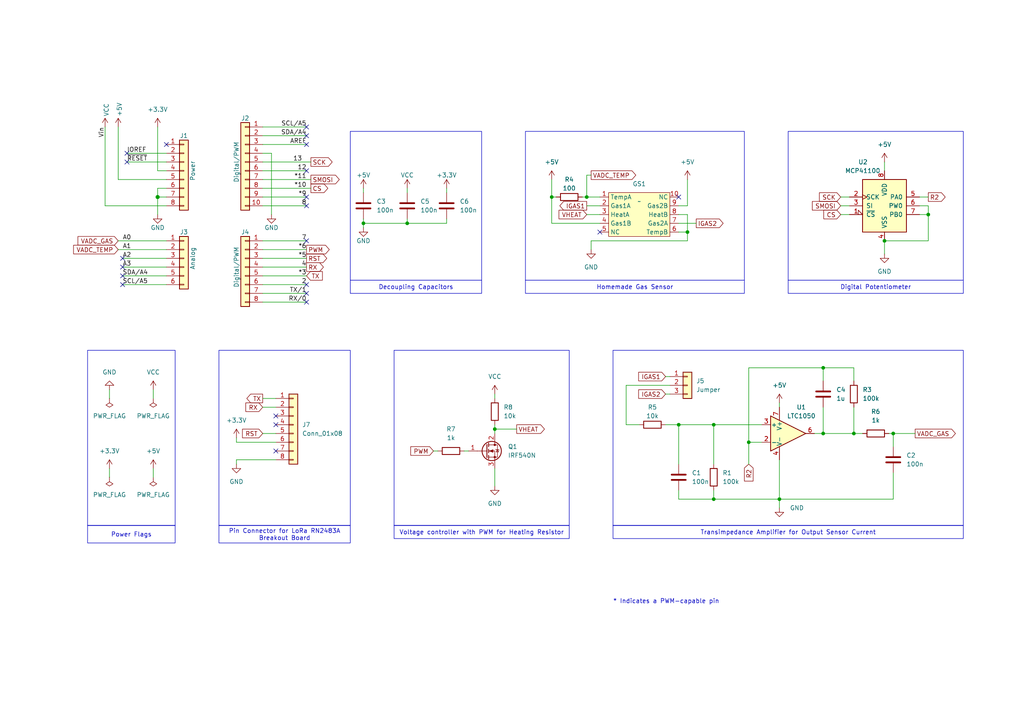
<source format=kicad_sch>
(kicad_sch (version 20230121) (generator eeschema)
  (paper "A4")
  (title_block (title "MOSHield Schematic") (date "mar. 31 mars 2015") (rev "v1.0") (company "INSA Toulouse") (comment 1 "Département de Génie Physique"))
  (lib_symbols
    (symbol "+5V_1" (power) (pin_names (offset 0))
      (property "Value" "+5V_1" (at 0 3.556 0))
      (symbol "+5V_1_0_1"
        (polyline (pts (xy -0.762 1.27) (xy 0 2.54)))
        (polyline (pts (xy 0 0) (xy 0 2.54)))
        (polyline (pts (xy 0 2.54) (xy 0.762 1.27)))
      )
      (symbol "+5V_1_1_1"
        (pin power_in line (at 0 0 90) (length 0) hide (name "+5V") (number "1"))
      )
    )
    (symbol "+5V_2" (power) (pin_names (offset 0))
      (property "Value" "+5V_2" (at 0 3.556 0))
      (symbol "+5V_2_0_1"
        (polyline (pts (xy -0.762 1.27) (xy 0 2.54)))
        (polyline (pts (xy 0 0) (xy 0 2.54)))
        (polyline (pts (xy 0 2.54) (xy 0.762 1.27)))
      )
      (symbol "+5V_2_1_1"
        (pin power_in line (at 0 0 90) (length 0) hide (name "+5V") (number "1"))
      )
    )
    (symbol "+5V_3" (power) (pin_names (offset 0))
      (property "Value" "+5V_3" (at 0 3.556 0))
      (symbol "+5V_3_0_1"
        (polyline (pts (xy -0.762 1.27) (xy 0 2.54)))
        (polyline (pts (xy 0 0) (xy 0 2.54)))
        (polyline (pts (xy 0 2.54) (xy 0.762 1.27)))
      )
      (symbol "+5V_3_1_1"
        (pin power_in line (at 0 0 90) (length 0) hide (name "+5V") (number "1"))
      )
    )
    (symbol "+5V_5" (power) (pin_names (offset 0))
      (property "Value" "+5V_5" (at 0 3.556 0))
      (symbol "+5V_5_0_1"
        (polyline (pts (xy -0.762 1.27) (xy 0 2.54)))
        (polyline (pts (xy 0 0) (xy 0 2.54)))
        (polyline (pts (xy 0 2.54) (xy 0.762 1.27)))
      )
      (symbol "+5V_5_1_1"
        (pin power_in line (at 0 0 90) (length 0) hide (name "+5V") (number "1"))
      )
    )
    (symbol "+5V_6" (power) (pin_names (offset 0))
      (property "Value" "+5V_6" (at 0 3.556 0))
      (symbol "+5V_6_0_1"
        (polyline (pts (xy -0.762 1.27) (xy 0 2.54)))
        (polyline (pts (xy 0 0) (xy 0 2.54)))
        (polyline (pts (xy 0 2.54) (xy 0.762 1.27)))
      )
      (symbol "+5V_6_1_1"
        (pin power_in line (at 0 0 90) (length 0) hide (name "+5V") (number "1"))
      )
    )
    (symbol "+5V_7" (power) (pin_names (offset 0))
      (property "Value" "+5V_7" (at 0 3.556 0))
      (symbol "+5V_7_0_1"
        (polyline (pts (xy -0.762 1.27) (xy 0 2.54)))
        (polyline (pts (xy 0 0) (xy 0 2.54)))
        (polyline (pts (xy 0 2.54) (xy 0.762 1.27)))
      )
      (symbol "+5V_7_1_1"
        (pin power_in line (at 0 0 90) (length 0) hide (name "+5V") (number "1"))
      )
    )
    (symbol "Amplifier_Operational:LM6171xxN" (pin_names (offset 0.127))
      (property "Reference" "U" (at 0 6.35 0))
      (property "Value" "LM6171xxN" (at 0 3.81 0))
      (symbol "LM6171xxN_0_1"
        (polyline (pts (xy -5.08 5.08) (xy 5.08 0) (xy -5.08 -5.08) (xy -5.08 5.08)) (stroke (width 0.254)) (fill (type background)))
      )
      (symbol "LM6171xxN_1_1"
        (pin no_connect line (at -5.08 -2.54 90) (length 2.54) hide (name "NC") (number "1"))
        (pin input line (at -7.62 -2.54 0) (length 2.54) (name "-") (number "2"))
        (pin input line (at -7.62 2.54 0) (length 2.54) (name "+") (number "3"))
        (pin power_in line (at -2.54 -7.62 90) (length 3.81) (name "V-") (number "4"))
        (pin no_connect line (at -2.54 -2.54 90) (length 2.54) hide (name "NC") (number "5"))
        (pin output line (at 7.62 0 180) (length 2.54) (name "~") (number "6"))
        (pin power_in line (at -2.54 7.62 270) (length 3.81) (name "V+") (number "7"))
        (pin no_connect line (at 0 -2.54 90) (length 2.54) hide (name "NC") (number "8"))
      )
    )
    (symbol "Connector_Generic:Conn_01x03" (pin_names (offset 1.016) hide)
      (property "Reference" "J" (at 0 5.08 0))
      (property "Value" "Conn_01x03" (at 0 -5.08 0))
      (symbol "Conn_01x03_1_1"
        (rectangle (start -1.27 -2.413) (end 0 -2.667) (stroke (width 0.1524)))
        (rectangle (start -1.27 0.127) (end 0 -0.127) (stroke (width 0.1524)))
        (rectangle (start -1.27 2.667) (end 0 2.413) (stroke (width 0.1524)))
        (rectangle (start -1.27 3.81) (end 1.27 -3.81) (stroke (width 0.254)) (fill (type background)))
        (pin passive line (at -5.08 2.54 0) (length 3.81) (name "Pin_1") (number "1"))
        (pin passive line (at -5.08 0 0) (length 3.81) (name "Pin_2") (number "2"))
        (pin passive line (at -5.08 -2.54 0) (length 3.81) (name "Pin_3") (number "3"))
      )
    )
    (symbol "Connector_Generic:Conn_01x06" (pin_names (offset 1.016) hide)
      (property "Reference" "J" (at 0 7.62 0))
      (property "Value" "Conn_01x06" (at 0 -10.16 0))
      (symbol "Conn_01x06_1_1"
        (rectangle (start -1.27 -7.493) (end 0 -7.747) (stroke (width 0.1524)))
        (rectangle (start -1.27 -4.953) (end 0 -5.207) (stroke (width 0.1524)))
        (rectangle (start -1.27 -2.413) (end 0 -2.667) (stroke (width 0.1524)))
        (rectangle (start -1.27 0.127) (end 0 -0.127) (stroke (width 0.1524)))
        (rectangle (start -1.27 2.667) (end 0 2.413) (stroke (width 0.1524)))
        (rectangle (start -1.27 5.207) (end 0 4.953) (stroke (width 0.1524)))
        (rectangle (start -1.27 6.35) (end 1.27 -8.89) (stroke (width 0.254)) (fill (type background)))
        (pin passive line (at -5.08 5.08 0) (length 3.81) (name "Pin_1") (number "1"))
        (pin passive line (at -5.08 2.54 0) (length 3.81) (name "Pin_2") (number "2"))
        (pin passive line (at -5.08 0 0) (length 3.81) (name "Pin_3") (number "3"))
        (pin passive line (at -5.08 -2.54 0) (length 3.81) (name "Pin_4") (number "4"))
        (pin passive line (at -5.08 -5.08 0) (length 3.81) (name "Pin_5") (number "5"))
        (pin passive line (at -5.08 -7.62 0) (length 3.81) (name "Pin_6") (number "6"))
      )
    )
    (symbol "Connector_Generic:Conn_01x08" (pin_names (offset 1.016) hide)
      (property "Reference" "J" (at 0 10.16 0))
      (property "Value" "Conn_01x08" (at 0 -12.7 0))
      (symbol "Conn_01x08_1_1"
        (rectangle (start -1.27 -10.033) (end 0 -10.287) (stroke (width 0.1524)))
        (rectangle (start -1.27 -7.493) (end 0 -7.747) (stroke (width 0.1524)))
        (rectangle (start -1.27 -4.953) (end 0 -5.207) (stroke (width 0.1524)))
        (rectangle (start -1.27 -2.413) (end 0 -2.667) (stroke (width 0.1524)))
        (rectangle (start -1.27 0.127) (end 0 -0.127) (stroke (width 0.1524)))
        (rectangle (start -1.27 2.667) (end 0 2.413) (stroke (width 0.1524)))
        (rectangle (start -1.27 5.207) (end 0 4.953) (stroke (width 0.1524)))
        (rectangle (start -1.27 7.747) (end 0 7.493) (stroke (width 0.1524)))
        (rectangle (start -1.27 8.89) (end 1.27 -11.43) (stroke (width 0.254)) (fill (type background)))
        (pin passive line (at -5.08 7.62 0) (length 3.81) (name "Pin_1") (number "1"))
        (pin passive line (at -5.08 5.08 0) (length 3.81) (name "Pin_2") (number "2"))
        (pin passive line (at -5.08 2.54 0) (length 3.81) (name "Pin_3") (number "3"))
        (pin passive line (at -5.08 0 0) (length 3.81) (name "Pin_4") (number "4"))
        (pin passive line (at -5.08 -2.54 0) (length 3.81) (name "Pin_5") (number "5"))
        (pin passive line (at -5.08 -5.08 0) (length 3.81) (name "Pin_6") (number "6"))
        (pin passive line (at -5.08 -7.62 0) (length 3.81) (name "Pin_7") (number "7"))
        (pin passive line (at -5.08 -10.16 0) (length 3.81) (name "Pin_8") (number "8"))
      )
    )
    (symbol "Connector_Generic:Conn_01x10" (pin_names (offset 1.016) hide)
      (property "Reference" "J" (at 0 12.7 0))
      (property "Value" "Conn_01x10" (at 0 -15.24 0))
      (symbol "Conn_01x10_1_1"
        (rectangle (start -1.27 -12.573) (end 0 -12.827) (stroke (width 0.1524)))
        (rectangle (start -1.27 -10.033) (end 0 -10.287) (stroke (width 0.1524)))
        (rectangle (start -1.27 -7.493) (end 0 -7.747) (stroke (width 0.1524)))
        (rectangle (start -1.27 -4.953) (end 0 -5.207) (stroke (width 0.1524)))
        (rectangle (start -1.27 -2.413) (end 0 -2.667) (stroke (width 0.1524)))
        (rectangle (start -1.27 0.127) (end 0 -0.127) (stroke (width 0.1524)))
        (rectangle (start -1.27 2.667) (end 0 2.413) (stroke (width 0.1524)))
        (rectangle (start -1.27 5.207) (end 0 4.953) (stroke (width 0.1524)))
        (rectangle (start -1.27 7.747) (end 0 7.493) (stroke (width 0.1524)))
        (rectangle (start -1.27 10.287) (end 0 10.033) (stroke (width 0.1524)))
        (rectangle (start -1.27 11.43) (end 1.27 -13.97) (stroke (width 0.254)) (fill (type background)))
        (pin passive line (at -5.08 10.16 0) (length 3.81) (name "Pin_1") (number "1"))
        (pin passive line (at -5.08 -12.7 0) (length 3.81) (name "Pin_10") (number "10"))
        (pin passive line (at -5.08 7.62 0) (length 3.81) (name "Pin_2") (number "2"))
        (pin passive line (at -5.08 5.08 0) (length 3.81) (name "Pin_3") (number "3"))
        (pin passive line (at -5.08 2.54 0) (length 3.81) (name "Pin_4") (number "4"))
        (pin passive line (at -5.08 0 0) (length 3.81) (name "Pin_5") (number "5"))
        (pin passive line (at -5.08 -2.54 0) (length 3.81) (name "Pin_6") (number "6"))
        (pin passive line (at -5.08 -5.08 0) (length 3.81) (name "Pin_7") (number "7"))
        (pin passive line (at -5.08 -7.62 0) (length 3.81) (name "Pin_8") (number "8"))
        (pin passive line (at -5.08 -10.16 0) (length 3.81) (name "Pin_9") (number "9"))
      )
    )
    (symbol "Device:C" (pin_numbers hide) (pin_names (offset 0.254))
      (property "Reference" "C" (at 0.635 2.54 0))
      (property "Value" "C" (at 0.635 -2.54 0))
      (symbol "C_0_1"
        (polyline (pts (xy -2.032 -0.762) (xy 2.032 -0.762)) (stroke (width 0.508)))
        (polyline (pts (xy -2.032 0.762) (xy 2.032 0.762)) (stroke (width 0.508)))
      )
      (symbol "C_1_1"
        (pin passive line (at 0 3.81 270) (length 2.794) (name "~") (number "1"))
        (pin passive line (at 0 -3.81 90) (length 2.794) (name "~") (number "2"))
      )
    )
    (symbol "Device:R" (pin_numbers hide) (pin_names (offset 0))
      (property "Reference" "R" (at 2.032 0 90))
      (property "Value" "R" (at 0 0 90))
      (symbol "R_0_1"
        (rectangle (start -1.016 -2.54) (end 1.016 2.54) (stroke (width 0.254)))
      )
      (symbol "R_1_1"
        (pin passive line (at 0 3.81 270) (length 1.27) (name "~") (number "1"))
        (pin passive line (at 0 -3.81 90) (length 1.27) (name "~") (number "2"))
      )
    )
    (symbol "GND_1" (power) (pin_names (offset 0))
      (property "Value" "GND_1" (at 0 -3.81 0))
      (symbol "GND_1_0_1"
        (polyline (pts (xy 0 0) (xy 0 -1.27) (xy 1.27 -1.27) (xy 0 -2.54) (xy -1.27 -1.27) (xy 0 -1.27)))
      )
      (symbol "GND_1_1_1"
        (pin power_in line (at 0 0 270) (length 0) hide (name "GND") (number "1"))
      )
    )
    (symbol "GND_2" (power) (pin_names (offset 0))
      (property "Value" "GND_2" (at 0 -3.81 0))
      (symbol "GND_2_0_1"
        (polyline (pts (xy 0 0) (xy 0 -1.27) (xy 1.27 -1.27) (xy 0 -2.54) (xy -1.27 -1.27) (xy 0 -1.27)))
      )
      (symbol "GND_2_1_1"
        (pin power_in line (at 0 0 270) (length 0) hide (name "GND") (number "1"))
      )
    )
    (symbol "GND_3" (power) (pin_names (offset 0))
      (property "Value" "GND_3" (at 0 -3.81 0))
      (symbol "GND_3_0_1"
        (polyline (pts (xy 0 0) (xy 0 -1.27) (xy 1.27 -1.27) (xy 0 -2.54) (xy -1.27 -1.27) (xy 0 -1.27)))
      )
      (symbol "GND_3_1_1"
        (pin power_in line (at 0 0 270) (length 0) hide (name "GND") (number "1"))
      )
    )
    (symbol "GND_4" (power) (pin_names (offset 0))
      (property "Value" "GND_4" (at 0 -3.81 0))
      (symbol "GND_4_0_1"
        (polyline (pts (xy 0 0) (xy 0 -1.27) (xy 1.27 -1.27) (xy 0 -2.54) (xy -1.27 -1.27) (xy 0 -1.27)))
      )
      (symbol "GND_4_1_1"
        (pin power_in line (at 0 0 270) (length 0) hide (name "GND") (number "1"))
      )
    )
    (symbol "GND_5" (power) (pin_names (offset 0))
      (property "Value" "GND_5" (at 0 -3.81 0))
      (symbol "GND_5_0_1"
        (polyline (pts (xy 0 0) (xy 0 -1.27) (xy 1.27 -1.27) (xy 0 -2.54) (xy -1.27 -1.27) (xy 0 -1.27)))
      )
      (symbol "GND_5_1_1"
        (pin power_in line (at 0 0 270) (length 0) hide (name "GND") (number "1"))
      )
    )
    (symbol "GND_6" (power) (pin_names (offset 0))
      (property "Value" "GND_6" (at 0 -3.81 0))
      (symbol "GND_6_0_1"
        (polyline (pts (xy 0 0) (xy 0 -1.27) (xy 1.27 -1.27) (xy 0 -2.54) (xy -1.27 -1.27) (xy 0 -1.27)))
      )
      (symbol "GND_6_1_1"
        (pin power_in line (at 0 0 270) (length 0) hide (name "GND") (number "1"))
      )
    )
    (symbol "My_Library:GasSensor"
      (property "Reference" "GS" (at 0 7.62 0))
      (symbol "GasSensor_1_1"
        (rectangle (start -8.89 6.35) (end 8.89 -6.35) (fill (type background)))
        (pin passive line (at -11.43 5.08 0) (length 2.54) (name "TempA") (number "1"))
        (pin passive line (at 11.43 5.08 180) (length 2.54) (name "NC") (number "10"))
        (pin passive line (at -11.43 2.54 0) (length 2.54) (name "Gas1A") (number "2"))
        (pin passive line (at -11.43 0 0) (length 2.54) (name "HeatA") (number "3"))
        (pin passive line (at -11.43 -2.54 0) (length 2.54) (name "Gas1B") (number "4"))
        (pin passive line (at -11.43 -5.08 0) (length 2.54) (name "NC") (number "5"))
        (pin passive line (at 11.43 -5.08 180) (length 2.54) (name "TempB") (number "6"))
        (pin passive line (at 11.43 -2.54 180) (length 2.54) (name "Gas2A") (number "7"))
        (pin passive line (at 11.43 0 180) (length 2.54) (name "HeatB") (number "8"))
        (pin passive line (at 11.43 2.54 180) (length 2.54) (name "Gas2B") (number "9"))
      )
    )
    (symbol "Potentiometer_Digital:MCP41100" (pin_names (offset 1.016))
      (property "Reference" "U" (at -6.35 8.89 0))
      (property "Value" "MCP41100" (at 1.27 8.89 0))
      (symbol "MCP41100_0_1"
        (rectangle (start -6.35 7.62) (end 6.35 -7.62) (stroke (width 0.254)) (fill (type background)))
      )
      (symbol "MCP41100_1_1"
        (pin input input_low (at -10.16 -2.54 0) (length 3.81) (name "~{CS}") (number "1"))
        (pin passive clock (at -10.16 2.54 0) (length 3.81) (name "SCK") (number "2"))
        (pin input line (at -10.16 0 0) (length 3.81) (name "SI") (number "3"))
        (pin power_in line (at 0 -10.16 90) (length 2.54) (name "VSS") (number "4"))
        (pin passive line (at 10.16 2.54 180) (length 3.81) (name "PA0") (number "5"))
        (pin passive line (at 10.16 0 180) (length 3.81) (name "PW0") (number "6"))
        (pin passive line (at 10.16 -2.54 180) (length 3.81) (name "PB0") (number "7"))
        (pin power_in line (at 0 10.16 270) (length 2.54) (name "VDD") (number "8"))
      )
    )
    (symbol "Transistor_FET:IRF540N" (pin_names hide)
      (property "Reference" "Q" (at 6.35 1.905 0))
      (property "Value" "IRF540N" (at 6.35 0 0))
      (symbol "IRF540N_0_1"
        (polyline (pts (xy 0.254 0) (xy -2.54 0)))
        (polyline (pts (xy 0.254 1.905) (xy 0.254 -1.905)) (stroke (width 0.254)))
        (polyline (pts (xy 0.762 -1.27) (xy 0.762 -2.286)) (stroke (width 0.254)))
        (polyline (pts (xy 0.762 0.508) (xy 0.762 -0.508)) (stroke (width 0.254)))
        (polyline (pts (xy 0.762 2.286) (xy 0.762 1.27)) (stroke (width 0.254)))
        (polyline (pts (xy 2.54 2.54) (xy 2.54 1.778)))
        (polyline (pts (xy 2.54 -2.54) (xy 2.54 0) (xy 0.762 0)))
        (polyline (pts (xy 0.762 -1.778) (xy 3.302 -1.778) (xy 3.302 1.778) (xy 0.762 1.778)))
        (polyline (pts (xy 1.016 0) (xy 2.032 0.381) (xy 2.032 -0.381) (xy 1.016 0)) (fill (type outline)))
        (polyline (pts (xy 2.794 0.508) (xy 2.921 0.381) (xy 3.683 0.381) (xy 3.81 0.254)))
        (polyline (pts (xy 3.302 0.381) (xy 2.921 -0.254) (xy 3.683 -0.254) (xy 3.302 0.381)))
        (circle (center 1.651 0) (radius 2.794) (stroke (width 0.254)))
        (circle (center 2.54 -1.778) (radius 0.254) (fill (type outline)))
        (circle (center 2.54 1.778) (radius 0.254) (fill (type outline)))
      )
      (symbol "IRF540N_1_1"
        (pin input line (at -5.08 0 0) (length 2.54) (name "G") (number "1"))
        (pin passive line (at 2.54 5.08 270) (length 2.54) (name "D") (number "2"))
        (pin passive line (at 2.54 -5.08 90) (length 2.54) (name "S") (number "3"))
      )
    )
    (symbol "VCC_1" (power) (pin_names (offset 0))
      (property "Value" "VCC_1" (at 0 3.81 0))
      (symbol "VCC_1_0_1"
        (polyline (pts (xy -0.762 1.27) (xy 0 2.54)))
        (polyline (pts (xy 0 0) (xy 0 2.54)))
        (polyline (pts (xy 0 2.54) (xy 0.762 1.27)))
      )
      (symbol "VCC_1_1_1"
        (pin power_in line (at 0 0 90) (length 0) hide (name "VCC") (number "1"))
      )
    )
    (symbol "VCC_2" (power) (pin_names (offset 0))
      (property "Value" "VCC_2" (at 0 3.81 0))
      (symbol "VCC_2_0_1"
        (polyline (pts (xy -0.762 1.27) (xy 0 2.54)))
        (polyline (pts (xy 0 0) (xy 0 2.54)))
        (polyline (pts (xy 0 2.54) (xy 0.762 1.27)))
      )
      (symbol "VCC_2_1_1"
        (pin power_in line (at 0 0 90) (length 0) hide (name "VCC") (number "1"))
      )
    )
    (symbol "VCC_3" (power) (pin_names (offset 0))
      (property "Value" "VCC_3" (at 0 3.81 0))
      (symbol "VCC_3_0_1"
        (polyline (pts (xy -0.762 1.27) (xy 0 2.54)))
        (polyline (pts (xy 0 0) (xy 0 2.54)))
        (polyline (pts (xy 0 2.54) (xy 0.762 1.27)))
      )
      (symbol "VCC_3_1_1"
        (pin power_in line (at 0 0 90) (length 0) hide (name "VCC") (number "1"))
      )
    )
    (symbol "power:+3.3V" (power) (pin_names (offset 0))
      (property "Value" "+3.3V" (at 0 3.556 0))
      (symbol "+3.3V_0_1"
        (polyline (pts (xy -0.762 1.27) (xy 0 2.54)))
        (polyline (pts (xy 0 0) (xy 0 2.54)))
        (polyline (pts (xy 0 2.54) (xy 0.762 1.27)))
      )
      (symbol "+3.3V_1_1"
        (pin power_in line (at 0 0 90) (length 0) hide (name "+3.3V") (number "1"))
      )
    )
    (symbol "power:+5V" (power) (pin_names (offset 0))
      (property "Value" "+5V" (at 0 3.556 0))
      (symbol "+5V_0_1"
        (polyline (pts (xy -0.762 1.27) (xy 0 2.54)))
        (polyline (pts (xy 0 0) (xy 0 2.54)))
        (polyline (pts (xy 0 2.54) (xy 0.762 1.27)))
      )
      (symbol "+5V_1_1"
        (pin power_in line (at 0 0 90) (length 0) hide (name "+5V") (number "1"))
      )
    )
    (symbol "power:GND" (power) (pin_names (offset 0))
      (property "Value" "GND" (at 0 -3.81 0))
      (symbol "GND_0_1"
        (polyline (pts (xy 0 0) (xy 0 -1.27) (xy 1.27 -1.27) (xy 0 -2.54) (xy -1.27 -1.27) (xy 0 -1.27)))
      )
      (symbol "GND_1_1"
        (pin power_in line (at 0 0 270) (length 0) hide (name "GND") (number "1"))
      )
    )
    (symbol "power:PWR_FLAG" (power) (pin_numbers hide) (pin_names (offset 0) hide)
      (property "Value" "PWR_FLAG" (at 0 3.81 0))
      (symbol "PWR_FLAG_0_0"
        (pin power_out line (at 0 0 90) (length 0) (name "pwr") (number "1"))
      )
      (symbol "PWR_FLAG_0_1"
        (polyline (pts (xy 0 0) (xy 0 1.27) (xy -1.016 1.905) (xy 0 2.54) (xy 1.016 1.905) (xy 0 1.27)))
      )
    )
    (symbol "power:VCC" (power) (pin_names (offset 0))
      (property "Value" "VCC" (at 0 3.81 0))
      (symbol "VCC_0_1"
        (polyline (pts (xy -0.762 1.27) (xy 0 2.54)))
        (polyline (pts (xy 0 0) (xy 0 2.54)))
        (polyline (pts (xy 0 2.54) (xy 0.762 1.27)))
      )
      (symbol "VCC_1_1"
        (pin power_in line (at 0 0 90) (length 0) hide (name "VCC") (number "1"))
      )
    )
  )
  (junction (at 199.39 67.31))
  (junction (at 160.02 57.15))
  (junction (at 238.76 125.73))
  (junction (at 207.01 123.19))
  (junction (at 105.41 64.77))
  (junction (at 45.72 57.15) (diameter 1.016))
  (junction (at 118.11 64.77))
  (junction (at 226.06 144.78))
  (junction (at 259.08 125.73))
  (junction (at 217.17 128.27))
  (junction (at 207.01 144.78))
  (junction (at 170.18 57.15))
  (junction (at 247.65 125.73))
  (junction (at 269.24 62.23))
  (junction (at 196.85 123.19))
  (junction (at 238.76 106.68))
  (junction (at 256.54 69.85))
  (junction (at 143.51 124.46))
  (no_connect (at 88.9 57.15))
  (no_connect (at 35.56 74.93))
  (no_connect (at 88.9 41.91))
  (no_connect (at 80.01 123.19))
  (no_connect (at 88.9 49.53))
  (no_connect (at 36.83 44.45))
  (no_connect (at 88.9 69.85))
  (no_connect (at 196.85 57.15))
  (no_connect (at 35.56 80.01))
  (no_connect (at 88.9 82.55))
  (no_connect (at 88.9 87.63))
  (no_connect (at 173.99 67.31))
  (no_connect (at 35.56 77.47))
  (no_connect (at 35.56 82.55))
  (no_connect (at 36.83 46.99))
  (no_connect (at 88.9 59.69))
  (no_connect (at 80.01 130.81))
  (no_connect (at 88.9 85.09))
  (no_connect (at 88.9 36.83))
  (no_connect (at 48.26 41.91))
  (no_connect (at 80.01 120.65))
  (no_connect (at 88.9 39.37))
  (wire (pts (xy 76.2 87.63) (xy 88.9 87.63)))
  (wire (pts (xy 143.51 114.3) (xy 143.51 115.57)))
  (wire (pts (xy 30.48 36.83) (xy 30.48 59.69)))
  (wire (pts (xy 194.31 114.3) (xy 193.04 114.3)))
  (wire (pts (xy 196.85 62.23) (xy 199.39 62.23)))
  (wire (pts (xy 220.98 128.27) (xy 217.17 128.27)))
  (wire (pts (xy 143.51 123.19) (xy 143.51 124.46)))
  (wire (pts (xy 196.85 64.77) (xy 201.93 64.77)))
  (wire (pts (xy 76.2 36.83) (xy 88.9 36.83)))
  (wire (pts (xy 226.06 133.35) (xy 226.06 144.78)))
  (wire (pts (xy 76.2 115.57) (xy 80.01 115.57)))
  (wire (pts (xy 269.24 59.69) (xy 269.24 62.23)))
  (wire (pts (xy 243.84 62.23) (xy 246.38 62.23)))
  (wire (pts (xy 45.72 54.61) (xy 45.72 57.15)))
  (wire (pts (xy 171.45 50.8) (xy 170.18 50.8)))
  (wire (pts (xy 105.41 64.77) (xy 118.11 64.77)))
  (wire (pts (xy 129.54 54.61) (xy 129.54 55.88)))
  (wire (pts (xy 35.56 82.55) (xy 48.26 82.55)))
  (wire (pts (xy 256.54 69.85) (xy 269.24 69.85)))
  (wire (pts (xy 256.54 46.99) (xy 256.54 49.53)))
  (wire (pts (xy 238.76 106.68) (xy 238.76 110.49)))
  (wire (pts (xy 243.84 57.15) (xy 246.38 57.15)))
  (wire (pts (xy 76.2 80.01) (xy 88.9 80.01)))
  (wire (pts (xy 236.22 125.73) (xy 238.76 125.73)))
  (wire (pts (xy 160.02 52.07) (xy 160.02 57.15)))
  (wire (pts (xy 105.41 64.77) (xy 105.41 66.04)))
  (wire (pts (xy 45.72 57.15) (xy 45.72 62.23)))
  (wire (pts (xy 45.72 49.53) (xy 48.26 49.53)))
  (wire (pts (xy 161.29 57.15) (xy 160.02 57.15)))
  (wire (pts (xy 34.29 52.07) (xy 48.26 52.07)))
  (wire (pts (xy 247.65 110.49) (xy 247.65 106.68)))
  (wire (pts (xy 76.2 52.07) (xy 90.17 52.07)))
  (wire (pts (xy 76.2 46.99) (xy 90.17 46.99)))
  (wire (pts (xy 68.58 128.27) (xy 80.01 128.27)))
  (wire (pts (xy 170.18 50.8) (xy 170.18 57.15)))
  (wire (pts (xy 80.01 118.11) (xy 76.2 118.11)))
  (wire (pts (xy 217.17 106.68) (xy 217.17 128.27)))
  (wire (pts (xy 76.2 49.53) (xy 88.9 49.53)))
  (wire (pts (xy 45.72 36.83) (xy 45.72 49.53)))
  (wire (pts (xy 76.2 69.85) (xy 88.9 69.85)))
  (wire (pts (xy 48.26 69.85) (xy 34.29 69.85)))
  (wire (pts (xy 266.7 62.23) (xy 269.24 62.23)))
  (wire (pts (xy 170.18 59.69) (xy 173.99 59.69)))
  (wire (pts (xy 160.02 64.77) (xy 173.99 64.77)))
  (wire (pts (xy 168.91 57.15) (xy 170.18 57.15)))
  (wire (pts (xy 199.39 62.23) (xy 199.39 67.31)))
  (wire (pts (xy 259.08 125.73) (xy 265.43 125.73)))
  (wire (pts (xy 207.01 142.24) (xy 207.01 144.78)))
  (wire (pts (xy 181.61 123.19) (xy 185.42 123.19)))
  (wire (pts (xy 125.73 130.81) (xy 127 130.81)))
  (wire (pts (xy 76.2 57.15) (xy 88.9 57.15)))
  (wire (pts (xy 129.54 63.5) (xy 129.54 64.77)))
  (wire (pts (xy 134.62 130.81) (xy 135.89 130.81)))
  (wire (pts (xy 199.39 52.07) (xy 199.39 59.69)))
  (wire (pts (xy 217.17 106.68) (xy 238.76 106.68)))
  (wire (pts (xy 269.24 62.23) (xy 269.24 69.85)))
  (wire (pts (xy 36.83 44.45) (xy 48.26 44.45)))
  (wire (pts (xy 243.84 59.69) (xy 246.38 59.69)))
  (wire (pts (xy 76.2 125.73) (xy 80.01 125.73)))
  (wire (pts (xy 207.01 134.62) (xy 207.01 123.19)))
  (wire (pts (xy 68.58 127) (xy 68.58 128.27)))
  (wire (pts (xy 78.74 44.45) (xy 78.74 62.23)))
  (wire (pts (xy 259.08 144.78) (xy 226.06 144.78)))
  (wire (pts (xy 259.08 137.16) (xy 259.08 144.78)))
  (wire (pts (xy 76.2 41.91) (xy 88.9 41.91)))
  (wire (pts (xy 196.85 142.24) (xy 196.85 144.78)))
  (wire (pts (xy 80.01 133.35) (xy 68.58 133.35)))
  (wire (pts (xy 34.29 36.83) (xy 34.29 52.07)))
  (wire (pts (xy 48.26 74.93) (xy 35.56 74.93)))
  (wire (pts (xy 247.65 118.11) (xy 247.65 125.73)))
  (wire (pts (xy 247.65 125.73) (xy 250.19 125.73)))
  (wire (pts (xy 36.83 46.99) (xy 48.26 46.99)))
  (wire (pts (xy 48.26 57.15) (xy 45.72 57.15)))
  (wire (pts (xy 196.85 123.19) (xy 207.01 123.19)))
  (wire (pts (xy 118.11 54.61) (xy 118.11 55.88)))
  (wire (pts (xy 105.41 63.5) (xy 105.41 64.77)))
  (wire (pts (xy 238.76 125.73) (xy 247.65 125.73)))
  (wire (pts (xy 226.06 116.84) (xy 226.06 118.11)))
  (wire (pts (xy 181.61 111.76) (xy 194.31 111.76)))
  (wire (pts (xy 199.39 69.85) (xy 171.45 69.85)))
  (wire (pts (xy 170.18 57.15) (xy 173.99 57.15)))
  (wire (pts (xy 196.85 123.19) (xy 196.85 134.62)))
  (wire (pts (xy 105.41 54.61) (xy 105.41 55.88)))
  (wire (pts (xy 48.26 59.69) (xy 30.48 59.69)))
  (wire (pts (xy 34.29 72.39) (xy 48.26 72.39)))
  (wire (pts (xy 238.76 106.68) (xy 247.65 106.68)))
  (wire (pts (xy 256.54 69.85) (xy 256.54 73.66)))
  (wire (pts (xy 207.01 144.78) (xy 226.06 144.78)))
  (wire (pts (xy 193.04 109.22) (xy 194.31 109.22)))
  (wire (pts (xy 199.39 67.31) (xy 199.39 69.85)))
  (wire (pts (xy 76.2 44.45) (xy 78.74 44.45)))
  (wire (pts (xy 143.51 124.46) (xy 143.51 125.73)))
  (wire (pts (xy 48.26 54.61) (xy 45.72 54.61)))
  (wire (pts (xy 196.85 67.31) (xy 199.39 67.31)))
  (wire (pts (xy 76.2 77.47) (xy 88.9 77.47)))
  (wire (pts (xy 269.24 59.69) (xy 266.7 59.69)))
  (wire (pts (xy 238.76 118.11) (xy 238.76 125.73)))
  (wire (pts (xy 160.02 64.77) (xy 160.02 57.15)))
  (wire (pts (xy 118.11 64.77) (xy 129.54 64.77)))
  (wire (pts (xy 76.2 82.55) (xy 88.9 82.55)))
  (wire (pts (xy 76.2 74.93) (xy 88.9 74.93)))
  (wire (pts (xy 181.61 111.76) (xy 181.61 123.19)))
  (wire (pts (xy 35.56 77.47) (xy 48.26 77.47)))
  (wire (pts (xy 44.45 135.89) (xy 44.45 138.43)))
  (wire (pts (xy 259.08 125.73) (xy 259.08 129.54)))
  (wire (pts (xy 31.75 113.03) (xy 31.75 115.57)))
  (wire (pts (xy 31.75 135.89) (xy 31.75 138.43)))
  (wire (pts (xy 143.51 135.89) (xy 143.51 140.97)))
  (wire (pts (xy 44.45 113.03) (xy 44.45 115.57)))
  (wire (pts (xy 196.85 59.69) (xy 199.39 59.69)))
  (wire (pts (xy 143.51 124.46) (xy 149.86 124.46)))
  (wire (pts (xy 257.81 125.73) (xy 259.08 125.73)))
  (wire (pts (xy 193.04 123.19) (xy 196.85 123.19)))
  (wire (pts (xy 76.2 39.37) (xy 88.9 39.37)))
  (wire (pts (xy 118.11 63.5) (xy 118.11 64.77)))
  (wire (pts (xy 170.18 62.23) (xy 173.99 62.23)))
  (wire (pts (xy 76.2 54.61) (xy 90.17 54.61)))
  (wire (pts (xy 76.2 72.39) (xy 88.9 72.39)))
  (wire (pts (xy 68.58 133.35) (xy 68.58 134.62)))
  (wire (pts (xy 171.45 69.85) (xy 171.45 72.39)))
  (wire (pts (xy 217.17 128.27) (xy 217.17 134.62)))
  (wire (pts (xy 207.01 123.19) (xy 220.98 123.19)))
  (wire (pts (xy 76.2 85.09) (xy 88.9 85.09)))
  (wire (pts (xy 266.7 57.15) (xy 269.24 57.15)))
  (wire (pts (xy 226.06 144.78) (xy 226.06 147.32)))
  (wire (pts (xy 48.26 80.01) (xy 35.56 80.01)))
  (wire (pts (xy 196.85 144.78) (xy 207.01 144.78)))
  (wire (pts (xy 76.2 59.69) (xy 88.9 59.69)))
  (rectangle (start 114.3 101.6) (end 165.1 152.4))
  (rectangle (start 63.5 101.6) (end 101.6 152.4))
  (rectangle (start 25.4 101.6) (end 50.8 152.4))
  (rectangle (start 101.6 38.1) (end 139.7 81.28))
  (rectangle (start 152.4 38.1) (end 215.9 81.28))
  (rectangle (start 228.6 38.1) (end 279.4 81.28))
  (rectangle (start 177.8 101.6) (end 279.4 152.4))
  (text_box "Decoupling Capacitors" (at 101.6 81.28 0) (size 38.1 3.81) (effects (font (size 1.27 1.27))))
  (text_box "Homemade Gas Sensor" (at 152.4 81.28 0) (size 63.5 3.81) (effects (font (size 1.27 1.27))))
  (text_box "Transimpedance Amplifier for Output Sensor Current" (at 177.8 152.4 0) (size 101.6 3.81) (effects (font (size 1.27 1.27))))
  (text_box "Power Flags" (at 25.4 152.4 0) (size 25.4 5.08) (effects (font (size 1.27 1.27))))
  (text_box "Voltage controller with PWM for Heating Resistor" (at 114.3 152.4 0) (size 50.8 3.81) (effects (font (size 1.27 1.27))))
  (text_box "Pin Connector for LoRa RN2483A Breakout Board" (at 63.5 152.4 0) (size 38.1 5.08) (effects (font (size 1.27 1.27))))
  (text_box "Digital Potentiometer" (at 228.6 81.28 0) (size 50.8 3.81) (effects (font (size 1.27 1.27))))
  (text "* Indicates a PWM-capable pin" (at 177.8 175.26 0) (effects (font (size 1.27 1.27)) (justify left bottom)))
  (label "RX{slash}0" (at 88.9 87.63 180))
  (label "A2" (at 35.56 74.93 0))
  (label "4" (at 88.9 77.47 180))
  (label "2" (at 88.9 82.55 180))
  (label "A3" (at 35.56 77.47 0))
  (label "13" (at 87.63 46.99 180))
  (label "12" (at 88.9 49.53 180))
  (label "~{RESET}" (at 36.83 46.99 0))
  (label "*10" (at 88.9 54.61 180))
  (label "7" (at 88.9 69.85 180))
  (label "SDA{slash}A4" (at 88.9 39.37 180))
  (label "8" (at 88.9 59.69 180))
  (label "*11" (at 88.9 52.07 180))
  (label "*3" (at 88.9 80.01 180))
  (label "A1" (at 35.56 72.39 0))
  (label "TX{slash}1" (at 88.9 85.09 180))
  (label "A0" (at 35.56 69.85 0))
  (label "AREF" (at 88.9 41.91 180))
  (label "Vin" (at 30.48 36.83 270))
  (label "*6" (at 88.9 72.39 180))
  (label "SCL{slash}A5" (at 88.9 36.83 180))
  (label "*9" (at 88.9 57.15 180))
  (label "*5" (at 88.9 74.93 180))
  (label "IOREF" (at 36.83 44.45 0))
  (label "SDA{slash}A4" (at 35.56 80.01 0))
  (label "SCL{slash}A5" (at 35.56 82.55 0))
  (global_label "TX" (shape input) (at 88.9 80.01 0) (property "Intersheetrefs" "${INTERSHEET_REFS}" (effects hide)))
  (global_label "VADC_GAS" (shape input) (at 34.29 69.85 180) (property "Intersheetrefs" "${INTERSHEET_REFS}" (effects hide)))
  (global_label "IGAS1" (shape output) (at 170.18 59.69 180) (property "Intersheetrefs" "${INTERSHEET_REFS}" (effects hide)))
  (global_label "PWM" (shape input) (at 125.73 130.81 180) (property "Intersheetrefs" "${INTERSHEET_REFS}" (effects hide)))
  (global_label "R2" (shape input) (at 217.17 134.62 270) (property "Intersheetrefs" "${INTERSHEET_REFS}" (effects hide)))
  (global_label "VHEAT" (shape input) (at 170.18 62.23 180) (property "Intersheetrefs" "${INTERSHEET_REFS}" (effects hide)))
  (global_label "R2" (shape output) (at 269.24 57.15 0) (property "Intersheetrefs" "${INTERSHEET_REFS}" (effects hide)))
  (global_label "SMOSI" (shape input) (at 243.84 59.69 180) (property "Intersheetrefs" "${INTERSHEET_REFS}" (effects hide)))
  (global_label "VADC_GAS" (shape output) (at 265.43 125.73 0) (property "Intersheetrefs" "${INTERSHEET_REFS}" (effects hide)))
  (global_label "VADC_TEMP" (shape input) (at 34.29 72.39 180) (property "Intersheetrefs" "${INTERSHEET_REFS}" (effects hide)))
  (global_label "VHEAT" (shape output) (at 149.86 124.46 0) (property "Intersheetrefs" "${INTERSHEET_REFS}" (effects hide)))
  (global_label "RST" (shape output) (at 88.9 74.93 0) (property "Intersheetrefs" "${INTERSHEET_REFS}" (effects hide)))
  (global_label "RX" (shape input) (at 76.2 118.11 180) (property "Intersheetrefs" "${INTERSHEET_REFS}" (effects hide)))
  (global_label "RX" (shape output) (at 88.9 77.47 0) (property "Intersheetrefs" "${INTERSHEET_REFS}" (effects hide)))
  (global_label "IGAS2" (shape output) (at 201.93 64.77 0) (property "Intersheetrefs" "${INTERSHEET_REFS}" (effects hide)))
  (global_label "IGAS1" (shape input) (at 193.04 109.22 180) (property "Intersheetrefs" "${INTERSHEET_REFS}" (effects hide)))
  (global_label "SCK" (shape output) (at 90.17 46.99 0) (property "Intersheetrefs" "${INTERSHEET_REFS}" (effects hide)))
  (global_label "IGAS2" (shape input) (at 193.04 114.3 180) (property "Intersheetrefs" "${INTERSHEET_REFS}" (effects hide)))
  (global_label "SCK" (shape input) (at 243.84 57.15 180) (property "Intersheetrefs" "${INTERSHEET_REFS}" (effects hide)))
  (global_label "PWM" (shape output) (at 88.9 72.39 0) (property "Intersheetrefs" "${INTERSHEET_REFS}" (effects hide)))
  (global_label "VADC_TEMP" (shape output) (at 171.45 50.8 0) (property "Intersheetrefs" "${INTERSHEET_REFS}" (effects hide)))
  (global_label "RST" (shape input) (at 76.2 125.73 180) (property "Intersheetrefs" "${INTERSHEET_REFS}" (effects hide)))
  (global_label "CS" (shape output) (at 90.17 54.61 0) (property "Intersheetrefs" "${INTERSHEET_REFS}" (effects hide)))
  (global_label "SMOSI" (shape output) (at 90.17 52.07 0) (property "Intersheetrefs" "${INTERSHEET_REFS}" (effects hide)))
  (global_label "TX" (shape output) (at 76.2 115.57 180) (property "Intersheetrefs" "${INTERSHEET_REFS}" (effects hide)))
  (global_label "CS" (shape input) (at 243.84 62.23 180) (property "Intersheetrefs" "${INTERSHEET_REFS}" (effects hide)))
  (symbol (lib_id "Connector_Generic:Conn_01x08") (at 53.34 49.53 0) (unit 1)
    (property "Reference" "J1" (at 53.34 39.37 0))
    (property "Value" "Power" (at 55.88 49.53 90))
    (property "Footprint" "Connector_PinSocket_2.54mm:PinSocket_1x08_P2.54mm_Vertical" (effects hide))
  )
  (symbol (lib_id "power:+5V") (at 34.29 36.83 0) (unit 1)
    (property "Reference" "#PWR02" (effects hide))
    (property "Value" "+5V" (at 34.6456 33.782 90) (effects (justify left)))
  )
  (symbol (lib_id "power:GND") (at 45.72 62.23 0) (unit 1)
    (property "Reference" "#PWR04" (effects hide))
    (property "Value" "GND" (at 45.72 66.04 0))
  )
  (symbol (lib_id "Connector_Generic:Conn_01x10") (at 71.12 46.99 0) (mirror y) (unit 1)
    (property "Reference" "J2" (at 71.12 34.29 0))
    (property "Value" "Digital/PWM" (at 68.58 46.99 90))
    (property "Footprint" "Connector_PinSocket_2.54mm:PinSocket_1x10_P2.54mm_Vertical" (effects hide))
  )
  (symbol (lib_id "power:GND") (at 78.74 62.23 0) (unit 1)
    (property "Reference" "#PWR05" (effects hide))
    (property "Value" "GND" (at 78.74 66.04 0))
  )
  (symbol (lib_id "Connector_Generic:Conn_01x06") (at 53.34 74.93 0) (unit 1)
    (property "Reference" "J3" (at 53.34 67.31 0))
    (property "Value" "Analog" (at 55.88 74.93 90))
    (property "Footprint" "Connector_PinSocket_2.54mm:PinSocket_1x06_P2.54mm_Vertical" (effects hide))
  )
  (symbol (lib_id "Connector_Generic:Conn_01x08") (at 71.12 77.47 0) (mirror y) (unit 1)
    (property "Reference" "J4" (at 71.12 67.31 0))
    (property "Value" "Digital/PWM" (at 68.58 77.47 90))
    (property "Footprint" "Connector_PinSocket_2.54mm:PinSocket_1x08_P2.54mm_Vertical" (effects hide))
  )
  (symbol (lib_id "Device:R") (at 130.81 130.81 270) (unit 1)
    (property "Reference" "R7" (at 130.81 124.46 90))
    (property "Value" "1k" (at 130.81 127 90))
    (property "Footprint" "Resistor_THT:R_Axial_DIN0207_L6.3mm_D2.5mm_P10.16mm_Horizontal" (effects hide))
  )
  (symbol (lib_id "Device:R") (at 143.51 119.38 0) (unit 1)
    (property "Reference" "R8" (at 146.05 118.11 0) (effects (justify left)))
    (property "Value" "10k" (at 146.05 120.65 0) (effects (justify left)))
    (property "Footprint" "Resistor_THT:R_Axial_DIN0207_L6.3mm_D2.5mm_P10.16mm_Horizontal" (effects hide))
  )
  (symbol (lib_id "power:PWR_FLAG") (at 31.75 115.57 180) (unit 1)
    (property "Reference" "#FLG02" (effects hide))
    (property "Value" "PWR_FLAG" (at 31.75 120.65 0))
  )
  (symbol (lib_id "Transistor_FET:IRF540N") (at 140.97 130.81 0) (unit 1)
    (property "Reference" "Q1" (at 147.32 129.54 0) (effects (justify left)))
    (property "Value" "IRF540N" (at 147.32 132.08 0) (effects (justify left)))
    (property "Footprint" "Package_TO_SOT_THT:TO-220-3_Vertical" (effects hide))
    (property "Datasheet" "http://www.irf.com/product-info/datasheets/data/irf540n.pdf" (effects hide))
  )
  (symbol (lib_name "GND_1") (lib_id "power:GND") (at 226.06 147.32 0) (unit 1)
    (property "Reference" "#PWR09" (effects hide))
    (property "Value" "GND" (at 231.14 147.32 0))
  )
  (symbol (lib_name "VCC_2") (lib_id "power:VCC") (at 118.11 54.61 0) (unit 1)
    (property "Reference" "#PWR018" (effects hide))
    (property "Value" "VCC" (at 118.11 50.8 0))
  )
  (symbol (lib_name "GND_6") (lib_id "power:GND") (at 31.75 113.03 180) (unit 1)
    (property "Reference" "#PWR020" (effects hide))
    (property "Value" "GND" (at 31.75 107.95 0))
  )
  (symbol (lib_id "power:+3.3V") (at 31.75 135.89 0) (unit 1)
    (property "Reference" "#PWR024" (effects hide))
    (property "Value" "+3.3V" (at 31.75 130.81 0))
  )
  (symbol (lib_id "power:PWR_FLAG") (at 44.45 138.43 180) (unit 1)
    (property "Reference" "#FLG03" (effects hide))
    (property "Value" "PWR_FLAG" (at 44.45 143.51 0))
  )
  (symbol (lib_id "power:+3.3V") (at 45.72 36.83 0) (unit 1)
    (property "Reference" "#PWR022" (effects hide))
    (property "Value" "+3.3V" (at 45.72 31.75 0))
  )
  (symbol (lib_name "GND_5") (lib_id "power:GND") (at 256.54 73.66 0) (unit 1)
    (property "Reference" "#PWR014" (effects hide))
    (property "Value" "GND" (at 256.54 78.74 0))
  )
  (symbol (lib_name "GND_3") (lib_id "power:GND") (at 68.58 134.62 0) (unit 1)
    (property "Reference" "#PWR013" (effects hide))
    (property "Value" "GND" (at 68.58 139.7 0))
  )
  (symbol (lib_id "power:+3.3V") (at 129.54 54.61 0) (unit 1)
    (property "Reference" "#PWR023" (effects hide))
    (property "Value" "+3.3V" (at 129.54 50.8 0))
  )
  (symbol (lib_name "GND_4") (lib_id "power:GND") (at 143.51 140.97 0) (unit 1)
    (property "Reference" "#PWR015" (effects hide))
    (property "Value" "GND" (at 143.51 146.05 0))
  )
  (symbol (lib_id "Potentiometer_Digital:MCP41100") (at 256.54 59.69 0) (unit 1)
    (property "Reference" "U2" (at 248.92 46.99 0) (effects (justify left)))
    (property "Value" "MCP41100" (at 245.11 49.53 0) (effects (justify left)))
    (property "Footprint" "Package_DIP:DIP-8_W7.62mm" (effects hide))
    (property "Datasheet" "http://ww1.microchip.com/downloads/en/DeviceDoc/11195c.pdf" (effects hide))
  )
  (symbol (lib_id "Device:C") (at 196.85 138.43 0) (unit 1)
    (property "Reference" "C1" (at 200.66 137.16 0) (effects (justify left)))
    (property "Value" "100n" (at 200.66 139.7 0) (effects (justify left)))
    (property "Footprint" "Capacitor_THT:C_Disc_D4.7mm_W2.5mm_P5.00mm" (effects hide))
  )
  (symbol (lib_name "GND_2") (lib_id "power:GND") (at 171.45 72.39 0) (unit 1)
    (property "Reference" "#PWR010" (effects hide))
    (property "Value" "GND" (at 171.45 77.47 0))
  )
  (symbol (lib_id "Amplifier_Operational:LM6171xxN") (at 228.6 125.73 0) (unit 1)
    (property "Reference" "U1" (at 232.41 118.11 0))
    (property "Value" "LTC1050" (at 232.41 120.65 0))
    (property "Footprint" "Package_DIP:DIP-8_W7.62mm" (effects hide))
    (property "Datasheet" "http://www.ti.com/lit/ds/symlink/lm6171.pdf" (effects hide))
  )
  (symbol (lib_id "Device:C") (at 238.76 114.3 0) (unit 1)
    (property "Reference" "C4" (at 242.57 113.03 0) (effects (justify left)))
    (property "Value" "1u" (at 242.57 115.57 0) (effects (justify left)))
    (property "Footprint" "Capacitor_THT:C_Rect_L7.0mm_W4.5mm_P5.00mm" (effects hide))
  )
  (symbol (lib_id "power:PWR_FLAG") (at 31.75 138.43 180) (unit 1)
    (property "Reference" "#FLG04" (effects hide))
    (property "Value" "PWR_FLAG" (at 31.75 143.51 0))
  )
  (symbol (lib_id "Connector_Generic:Conn_01x03") (at 199.39 111.76 0) (unit 1)
    (property "Reference" "J5" (at 201.93 110.49 0) (effects (justify left)))
    (property "Value" "Jumper" (at 201.93 113.03 0) (effects (justify left)))
    (property "Footprint" "Connector_PinHeader_2.54mm:PinHeader_1x03_P2.54mm_Vertical" (effects hide))
  )
  (symbol (lib_name "+5V_2") (lib_id "power:+5V") (at 226.06 116.84 0) (unit 1)
    (property "Reference" "#PWR08" (effects hide))
    (property "Value" "+5V" (at 226.06 111.76 0))
  )
  (symbol (lib_id "power:VCC") (at 30.48 36.83 0) (unit 1)
    (property "Reference" "#PWR01" (effects hide))
    (property "Value" "VCC" (at 30.861 33.782 90) (effects (justify left)))
  )
  (symbol (lib_name "+5V_6") (lib_id "power:+5V") (at 256.54 46.99 0) (unit 1)
    (property "Reference" "#PWR017" (effects hide))
    (property "Value" "+5V" (at 256.54 41.91 0))
  )
  (symbol (lib_id "power:PWR_FLAG") (at 44.45 115.57 180) (unit 1)
    (property "Reference" "#FLG01" (effects hide))
    (property "Value" "PWR_FLAG" (at 44.45 120.65 0))
  )
  (symbol (lib_name "+5V_1") (lib_id "power:+5V") (at 105.41 54.61 0) (unit 1)
    (property "Reference" "#PWR06" (effects hide))
    (property "Value" "+5V" (at 105.41 50.8 0))
  )
  (symbol (lib_id "Device:R") (at 207.01 138.43 0) (unit 1)
    (property "Reference" "R1" (at 209.55 137.16 0) (effects (justify left)))
    (property "Value" "100k" (at 209.55 139.7 0) (effects (justify left)))
    (property "Footprint" "Resistor_THT:R_Axial_DIN0207_L6.3mm_D2.5mm_P10.16mm_Horizontal" (effects hide))
  )
  (symbol (lib_id "Connector_Generic:Conn_01x08") (at 85.09 123.19 0) (unit 1)
    (property "Reference" "J7" (at 87.63 123.19 0) (effects (justify left)))
    (property "Value" "Conn_01x08" (at 87.63 125.73 0) (effects (justify left)))
    (property "Footprint" "Connector_PinSocket_2.54mm:PinSocket_1x08_P2.54mm_Vertical" (effects hide))
  )
  (symbol (lib_id "My_Library:GasSensor") (at 185.42 62.23 0) (unit 1)
    (property "Reference" "GS1" (at 185.42 53.34 0))
    (property "Value" "~" (at 185.42 58.42 0))
    (property "Footprint" "Package_TO_SOT_THT:TO-5-10" (effects hide))
  )
  (symbol (lib_id "Device:C") (at 259.08 133.35 0) (unit 1)
    (property "Reference" "C2" (at 262.89 132.08 0) (effects (justify left)))
    (property "Value" "100n" (at 262.89 134.62 0) (effects (justify left)))
    (property "Footprint" "Capacitor_THT:C_Disc_D4.7mm_W2.5mm_P5.00mm" (effects hide))
  )
  (symbol (lib_name "+5V_5") (lib_id "power:+5V") (at 199.39 52.07 0) (unit 1)
    (property "Reference" "#PWR016" (effects hide))
    (property "Value" "+5V" (at 199.39 46.99 0))
  )
  (symbol (lib_id "Device:R") (at 247.65 114.3 0) (unit 1)
    (property "Reference" "R3" (at 250.19 113.03 0) (effects (justify left)))
    (property "Value" "100k" (at 250.19 115.57 0) (effects (justify left)))
    (property "Footprint" "Resistor_THT:R_Axial_DIN0207_L6.3mm_D2.5mm_P10.16mm_Horizontal" (effects hide))
  )
  (symbol (lib_id "power:+3.3V") (at 68.58 127 0) (unit 1)
    (property "Reference" "#PWR012" (effects hide))
    (property "Value" "+3.3V" (at 68.58 121.92 0))
  )
  (symbol (lib_id "Device:C") (at 105.41 59.69 0) (unit 1)
    (property "Reference" "C3" (at 109.22 58.42 0) (effects (justify left)))
    (property "Value" "100n" (at 109.22 60.96 0) (effects (justify left)))
    (property "Footprint" "Capacitor_THT:C_Disc_D4.7mm_W2.5mm_P5.00mm" (effects hide))
  )
  (symbol (lib_id "Device:R") (at 189.23 123.19 90) (unit 1)
    (property "Reference" "R5" (at 189.23 118.11 90))
    (property "Value" "10k" (at 189.23 120.65 90))
    (property "Footprint" "Resistor_THT:R_Axial_DIN0207_L6.3mm_D2.5mm_P10.16mm_Horizontal" (effects hide))
  )
  (symbol (lib_id "Device:C") (at 129.54 59.69 0) (unit 1)
    (property "Reference" "C6" (at 133.35 58.42 0) (effects (justify left)))
    (property "Value" "100n" (at 133.35 60.96 0) (effects (justify left)))
    (property "Footprint" "Capacitor_THT:C_Disc_D4.7mm_W2.5mm_P5.00mm" (effects hide))
  )
  (symbol (lib_name "VCC_3") (lib_id "power:VCC") (at 44.45 113.03 0) (unit 1)
    (property "Reference" "#PWR019" (effects hide))
    (property "Value" "VCC" (at 44.45 107.95 0))
  )
  (symbol (lib_id "Device:C") (at 118.11 59.69 0) (unit 1)
    (property "Reference" "C5" (at 121.92 58.42 0) (effects (justify left)))
    (property "Value" "100n" (at 121.92 60.96 0) (effects (justify left)))
    (property "Footprint" "Capacitor_THT:C_Disc_D4.7mm_W2.5mm_P5.00mm" (effects hide))
  )
  (symbol (lib_name "+5V_7") (lib_id "power:+5V") (at 44.45 135.89 0) (unit 1)
    (property "Reference" "#PWR021" (effects hide))
    (property "Value" "+5V" (at 44.45 130.81 0))
  )
  (symbol (lib_name "+5V_3") (lib_id "power:+5V") (at 160.02 52.07 0) (unit 1)
    (property "Reference" "#PWR011" (effects hide))
    (property "Value" "+5V" (at 160.02 46.99 0))
  )
  (symbol (lib_id "Device:R") (at 254 125.73 90) (unit 1)
    (property "Reference" "R6" (at 254 119.38 90))
    (property "Value" "1k" (at 254 121.92 90))
    (property "Footprint" "Resistor_THT:R_Axial_DIN0207_L6.3mm_D2.5mm_P10.16mm_Horizontal" (effects hide))
  )
  (symbol (lib_name "GND_1") (lib_id "power:GND") (at 105.41 66.04 0) (unit 1)
    (property "Reference" "#PWR07" (effects hide))
    (property "Value" "GND" (at 105.41 69.85 0))
  )
  (symbol (lib_id "Device:R") (at 165.1 57.15 90) (unit 1)
    (property "Reference" "R4" (at 165.1 52.07 90))
    (property "Value" "100" (at 165.1 54.61 90))
    (property "Footprint" "Resistor_THT:R_Axial_DIN0207_L6.3mm_D2.5mm_P10.16mm_Horizontal" (effects hide))
  )
  (symbol (lib_name "VCC_1") (lib_id "power:VCC") (at 143.51 114.3 0) (unit 1)
    (property "Reference" "#PWR03" (effects hide))
    (property "Value" "VCC" (at 143.51 109.22 0))
  )
)
</source>
